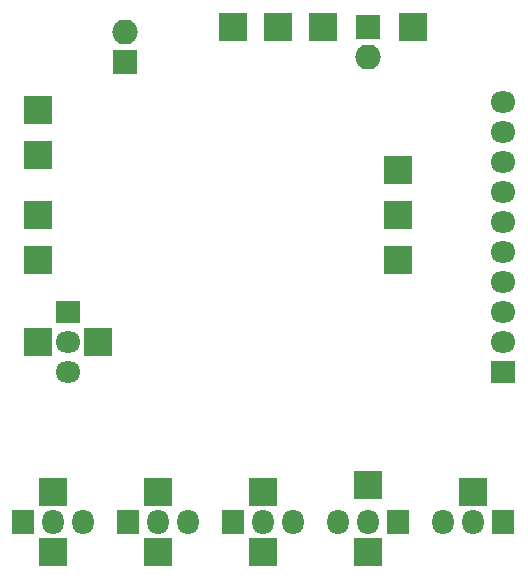
<source format=gbs>
%TF.GenerationSoftware,KiCad,Pcbnew,4.0.4+e1-6308~48~ubuntu16.04.1-stable*%
%TF.CreationDate,2016-10-27T02:56:18-07:00*%
%TF.ProjectId,CY8CMBR2010,435938434D4252323031302E6B696361,rev?*%
%TF.FileFunction,Soldermask,Bot*%
%FSLAX46Y46*%
G04 Gerber Fmt 4.6, Leading zero omitted, Abs format (unit mm)*
G04 Created by KiCad (PCBNEW 4.0.4+e1-6308~48~ubuntu16.04.1-stable) date Thu Oct 27 02:56:18 2016*
%MOMM*%
%LPD*%
G01*
G04 APERTURE LIST*
%ADD10C,0.050000*%
%ADD11R,2.132000X2.132000*%
%ADD12O,2.132000X2.132000*%
%ADD13R,2.132000X1.827200*%
%ADD14O,2.132000X1.827200*%
%ADD15R,2.335200X2.335200*%
%ADD16R,1.827200X2.132000*%
%ADD17O,1.827200X2.132000*%
G04 APERTURE END LIST*
D10*
D11*
X116586000Y-78486000D03*
D12*
X116586000Y-75946000D03*
D11*
X137160000Y-75565000D03*
D12*
X137160000Y-78105000D03*
D13*
X148590000Y-104775000D03*
D14*
X148590000Y-102235000D03*
X148590000Y-99695000D03*
X148590000Y-97155000D03*
X148590000Y-94615000D03*
X148590000Y-92075000D03*
X148590000Y-89535000D03*
X148590000Y-86995000D03*
X148590000Y-84455000D03*
X148590000Y-81915000D03*
D15*
X140970000Y-75565000D03*
X146050000Y-114935000D03*
D16*
X148590000Y-117475000D03*
D17*
X146050000Y-117475000D03*
X143510000Y-117475000D03*
D15*
X119380000Y-120015000D03*
D16*
X116840000Y-117475000D03*
D17*
X119380000Y-117475000D03*
X121920000Y-117475000D03*
D15*
X119380000Y-114935000D03*
X128270000Y-120015000D03*
X109220000Y-102235000D03*
D16*
X125730000Y-117475000D03*
D17*
X128270000Y-117475000D03*
X130810000Y-117475000D03*
D13*
X111760000Y-99695000D03*
D14*
X111760000Y-102235000D03*
X111760000Y-104775000D03*
D15*
X128270000Y-114935000D03*
X114300000Y-102235000D03*
X137160000Y-120015000D03*
X110490000Y-120015000D03*
D16*
X139700000Y-117475000D03*
D17*
X137160000Y-117475000D03*
X134620000Y-117475000D03*
D16*
X107950000Y-117475000D03*
D17*
X110490000Y-117475000D03*
X113030000Y-117475000D03*
D15*
X137160000Y-114300000D03*
X110490000Y-114935000D03*
X109220000Y-95250000D03*
X109220000Y-91440000D03*
X109220000Y-86360000D03*
X109220000Y-82550000D03*
X125730000Y-75565000D03*
X129540000Y-75565000D03*
X133350000Y-75565000D03*
X139700000Y-87630000D03*
X139700000Y-91440000D03*
X139700000Y-95250000D03*
M02*

</source>
